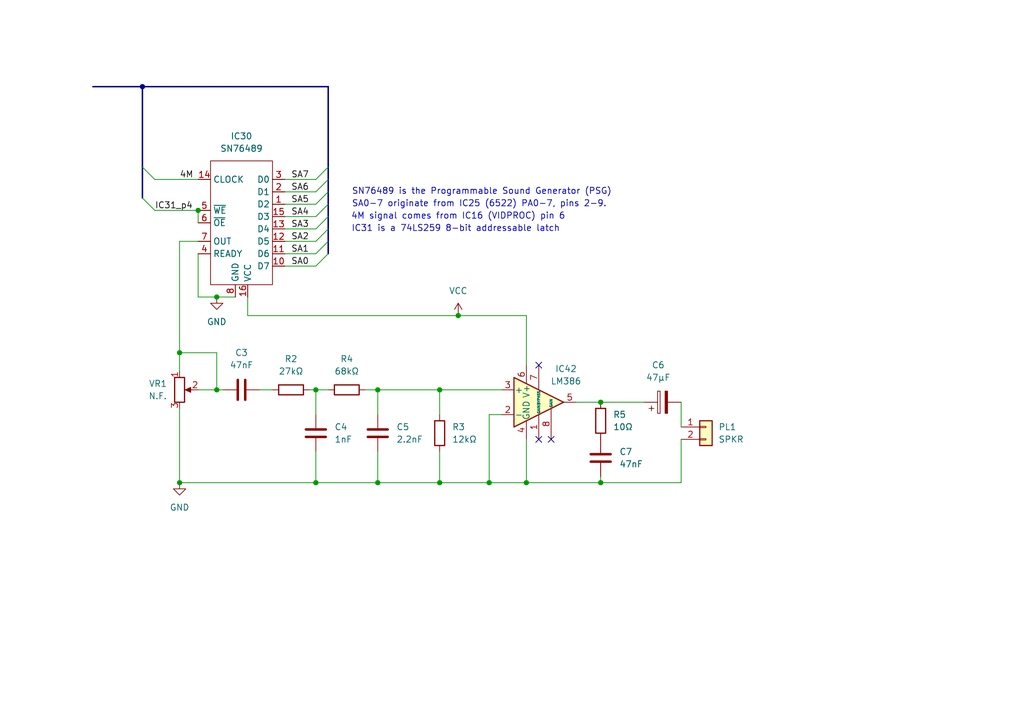
<source format=kicad_sch>
(kicad_sch (version 20231120) (generator "eeschema") (generator_version "8.0")
  (paper "A5")
  (title_block (title "BBC Master Compact Audio Stage") (date "2-DEC-2024") (company "Brett Hallen"))
  (lib_symbols
    (symbol "Amplifier_Audio:LM386" (pin_names (offset 0.127))
      (property "Reference" "U" (at 1.27 7.62 0))
      (property "Value" "LM386" (at 1.27 5.08 0))
      (symbol "LM386_0_1"
        (polyline (pts (xy 5.08 0) (xy -5.08 5.08) (xy -5.08 -5.08) (xy 5.08 0)) (stroke (width 0.254)) (fill (type background)))
      )
      (symbol "LM386_1_1"
        (pin input line (at 0 -7.62 90) (length 5.08) (name "GAIN") (number "1"))
        (pin input line (at -7.62 -2.54 0) (length 2.54) (name "-") (number "2"))
        (pin input line (at -7.62 2.54 0) (length 2.54) (name "+") (number "3"))
        (pin power_in line (at -2.54 -7.62 90) (length 3.81) (name "GND") (number "4"))
        (pin output line (at 7.62 0 180) (length 2.54) (name "~") (number "5"))
        (pin power_in line (at -2.54 7.62 270) (length 3.81) (name "V+") (number "6"))
        (pin input line (at 0 7.62 270) (length 5.08) (name "BYPASS") (number "7"))
        (pin input line (at 2.54 -7.62 90) (length 6.35) (name "GAIN") (number "8"))
      )
    )
    (symbol "Audio:SN76489"
      (property "Reference" "U" (at -0.254 4.064 0))
      (property "Value" "SN76489" (at 3.302 1.524 0))
      (symbol "SN76489_0_1"
        (rectangle (start -2.54 0) (end 10.16 -25.4))
      )
      (symbol "SN76489_1_1"
        (pin input line (at 12.7 -8.89 180) (length 2.54) (name "D2") (number "1"))
        (pin input line (at 12.7 -21.59 180) (length 2.54) (name "D7") (number "10"))
        (pin input line (at 12.7 -19.05 180) (length 2.54) (name "D6") (number "11"))
        (pin input line (at 12.7 -16.51 180) (length 2.54) (name "D5") (number "12"))
        (pin input line (at 12.7 -13.97 180) (length 2.54) (name "D4") (number "13"))
        (pin input line (at -5.08 -3.81 0) (length 2.54) (name "CLOCK") (number "14"))
        (pin input line (at 12.7 -11.43 180) (length 2.54) (name "D3") (number "15"))
        (pin power_in line (at 5.08 -27.94 90) (length 2.54) (name "VCC") (number "16"))
        (pin input line (at 12.7 -6.35 180) (length 2.54) (name "D1") (number "2"))
        (pin input line (at 12.7 -3.81 180) (length 2.54) (name "D0") (number "3"))
        (pin input line (at -5.08 -19.05 0) (length 2.54) (name "READY") (number "4"))
        (pin input line (at -5.08 -10.16 0) (length 2.54) (name "~{WE}") (number "5"))
        (pin input line (at -5.08 -12.7 0) (length 2.54) (name "~{OE}") (number "6"))
        (pin output line (at -5.08 -16.51 0) (length 2.54) (name "OUT") (number "7"))
        (pin output line (at 2.54 -27.94 90) (length 2.54) (name "GND") (number "8"))
      )
    )
    (symbol "Connector_Generic:Conn_01x02" (pin_names (offset 1.016) hide)
      (property "Reference" "J" (at 0 2.54 0))
      (property "Value" "Conn_01x02" (at 0 -5.08 0))
      (symbol "Conn_01x02_1_1"
        (rectangle (start -1.27 -2.413) (end 0 -2.667) (stroke (width 0.1524)))
        (rectangle (start -1.27 0.127) (end 0 -0.127) (stroke (width 0.1524)))
        (rectangle (start -1.27 1.27) (end 1.27 -3.81) (stroke (width 0.254)) (fill (type background)))
        (pin passive line (at -5.08 0 0) (length 3.81) (name "Pin_1") (number "1"))
        (pin passive line (at -5.08 -2.54 0) (length 3.81) (name "Pin_2") (number "2"))
      )
    )
    (symbol "Device:C" (pin_numbers hide) (pin_names (offset 0.254))
      (property "Reference" "C" (at 0.635 2.54 0))
      (property "Value" "C" (at 0.635 -2.54 0))
      (symbol "C_0_1"
        (polyline (pts (xy -2.032 -0.762) (xy 2.032 -0.762)) (stroke (width 0.508)))
        (polyline (pts (xy -2.032 0.762) (xy 2.032 0.762)) (stroke (width 0.508)))
      )
      (symbol "C_1_1"
        (pin passive line (at 0 3.81 270) (length 2.794) (name "~") (number "1"))
        (pin passive line (at 0 -3.81 90) (length 2.794) (name "~") (number "2"))
      )
    )
    (symbol "Device:C_Polarized" (pin_numbers hide) (pin_names (offset 0.254))
      (property "Reference" "C" (at 0.635 2.54 0))
      (property "Value" "C_Polarized" (at 0.635 -2.54 0))
      (symbol "C_Polarized_0_1"
        (rectangle (start -2.286 0.508) (end 2.286 1.016))
        (polyline (pts (xy -1.778 2.286) (xy -0.762 2.286)))
        (polyline (pts (xy -1.27 2.794) (xy -1.27 1.778)))
        (rectangle (start 2.286 -0.508) (end -2.286 -1.016) (fill (type outline)))
      )
      (symbol "C_Polarized_1_1"
        (pin passive line (at 0 3.81 270) (length 2.794) (name "~") (number "1"))
        (pin passive line (at 0 -3.81 90) (length 2.794) (name "~") (number "2"))
      )
    )
    (symbol "Device:R" (pin_numbers hide) (pin_names (offset 0))
      (property "Reference" "R" (at 2.032 0 90))
      (property "Value" "R" (at 0 0 90))
      (symbol "R_0_1"
        (rectangle (start -1.016 -2.54) (end 1.016 2.54) (stroke (width 0.254)))
      )
      (symbol "R_1_1"
        (pin passive line (at 0 3.81 270) (length 1.27) (name "~") (number "1"))
        (pin passive line (at 0 -3.81 90) (length 1.27) (name "~") (number "2"))
      )
    )
    (symbol "Device:R_Potentiometer" (pin_names (offset 1.016) hide)
      (property "Reference" "RV" (at -4.445 0 90))
      (property "Value" "R_Potentiometer" (at -2.54 0 90))
      (symbol "R_Potentiometer_0_1"
        (polyline (pts (xy 2.54 0) (xy 1.524 0)))
        (polyline (pts (xy 1.143 0) (xy 2.286 0.508) (xy 2.286 -0.508) (xy 1.143 0)) (fill (type outline)))
        (rectangle (start 1.016 2.54) (end -1.016 -2.54) (stroke (width 0.254)))
      )
      (symbol "R_Potentiometer_1_1"
        (pin passive line (at 0 3.81 270) (length 1.27) (name "1") (number "1"))
        (pin passive line (at 3.81 0 180) (length 1.27) (name "2") (number "2"))
        (pin passive line (at 0 -3.81 90) (length 1.27) (name "3") (number "3"))
      )
    )
    (symbol "power:GND" (power) (pin_numbers hide) (pin_names (offset 0) hide)
      (property "Value" "GND" (at 0 -3.81 0))
      (symbol "GND_0_1"
        (polyline (pts (xy 0 0) (xy 0 -1.27) (xy 1.27 -1.27) (xy 0 -2.54) (xy -1.27 -1.27) (xy 0 -1.27)))
      )
      (symbol "GND_1_1"
        (pin power_in line (at 0 0 270) (length 0) (name "~") (number "1"))
      )
    )
    (symbol "power:VCC" (power) (pin_numbers hide) (pin_names (offset 0) hide)
      (property "Value" "VCC" (at 0 3.556 0))
      (symbol "VCC_0_1"
        (polyline (pts (xy -0.762 1.27) (xy 0 2.54)))
        (polyline (pts (xy 0 0) (xy 0 2.54)))
        (polyline (pts (xy 0 2.54) (xy 0.762 1.27)))
      )
      (symbol "VCC_1_1"
        (pin power_in line (at 0 0 90) (length 0) (name "~") (number "1"))
      )
    )
  )
  (junction (at 29.21 17.78))
  (junction (at 64.77 80.01))
  (junction (at 64.77 99.06))
  (junction (at 77.47 80.01))
  (junction (at 90.17 80.01))
  (junction (at 40.64 43.18))
  (junction (at 123.19 99.06))
  (junction (at 77.47 99.06))
  (junction (at 123.19 82.55))
  (junction (at 107.95 99.06))
  (junction (at 100.33 99.06))
  (junction (at 90.17 99.06))
  (junction (at 44.45 80.01))
  (junction (at 44.45 60.96))
  (junction (at 93.98 64.77))
  (junction (at 36.83 99.06))
  (junction (at 36.83 72.39))
  (no_connect (at 110.49 90.17))
  (no_connect (at 41.91 -10.16))
  (no_connect (at 110.49 74.93))
  (no_connect (at 113.03 90.17))
  (bus_entry (at 64.77 41.91) (size 2.54 -2.54))
  (bus_entry (at 64.77 54.61) (size 2.54 -2.54))
  (bus_entry (at 64.77 44.45) (size 2.54 -2.54))
  (bus_entry (at 64.77 36.83) (size 2.54 -2.54))
  (bus_entry (at 64.77 46.99) (size 2.54 -2.54))
  (bus_entry (at 64.77 39.37) (size 2.54 -2.54))
  (bus_entry (at 64.77 52.07) (size 2.54 -2.54))
  (bus_entry (at 31.75 43.18) (size -2.54 -2.54))
  (bus_entry (at 31.75 36.83) (size -2.54 -2.54))
  (bus_entry (at 64.77 49.53) (size 2.54 -2.54))
  (wire (pts (xy 58.42 39.37) (xy 64.77 39.37)))
  (wire (pts (xy 139.7 82.55) (xy 139.7 87.63)))
  (wire (pts (xy 36.83 72.39) (xy 36.83 76.2)))
  (wire (pts (xy 77.47 92.71) (xy 77.47 99.06)))
  (wire (pts (xy 40.64 80.01) (xy 44.45 80.01)))
  (wire (pts (xy 58.42 49.53) (xy 64.77 49.53)))
  (wire (pts (xy 77.47 99.06) (xy 90.17 99.06)))
  (wire (pts (xy 36.83 83.82) (xy 36.83 99.06)))
  (wire (pts (xy 107.95 90.17) (xy 107.95 99.06)))
  (wire (pts (xy 90.17 80.01) (xy 102.87 80.01)))
  (wire (pts (xy 36.83 99.06) (xy 64.77 99.06)))
  (wire (pts (xy 123.19 82.55) (xy 118.11 82.55)))
  (wire (pts (xy 63.5 80.01) (xy 64.77 80.01)))
  (bus (pts (xy 67.31 36.83) (xy 67.31 34.29)))
  (wire (pts (xy 53.34 80.01) (xy 55.88 80.01)))
  (wire (pts (xy 107.95 99.06) (xy 123.19 99.06)))
  (wire (pts (xy 40.64 52.07) (xy 40.64 60.96)))
  (wire (pts (xy 64.77 80.01) (xy 67.31 80.01)))
  (wire (pts (xy 77.47 80.01) (xy 90.17 80.01)))
  (wire (pts (xy 58.42 44.45) (xy 64.77 44.45)))
  (bus (pts (xy 19.05 17.78) (xy 29.21 17.78)))
  (bus (pts (xy 29.21 17.78) (xy 67.31 17.78)))
  (wire (pts (xy 40.64 60.96) (xy 44.45 60.96)))
  (wire (pts (xy 100.33 85.09) (xy 100.33 99.06)))
  (wire (pts (xy 44.45 60.96) (xy 48.26 60.96)))
  (wire (pts (xy 50.8 60.96) (xy 50.8 64.77)))
  (wire (pts (xy 40.64 49.53) (xy 36.83 49.53)))
  (wire (pts (xy 40.64 43.18) (xy 40.64 45.72)))
  (wire (pts (xy 44.45 80.01) (xy 45.72 80.01)))
  (wire (pts (xy 100.33 99.06) (xy 107.95 99.06)))
  (wire (pts (xy 123.19 82.55) (xy 132.08 82.55)))
  (bus (pts (xy 29.21 17.78) (xy 29.21 34.29)))
  (bus (pts (xy 67.31 39.37) (xy 67.31 36.83)))
  (wire (pts (xy 90.17 80.01) (xy 90.17 85.09)))
  (wire (pts (xy 64.77 92.71) (xy 64.77 99.06)))
  (wire (pts (xy 64.77 99.06) (xy 77.47 99.06)))
  (wire (pts (xy 44.45 72.39) (xy 36.83 72.39)))
  (wire (pts (xy 64.77 80.01) (xy 64.77 85.09)))
  (wire (pts (xy 74.93 80.01) (xy 77.47 80.01)))
  (wire (pts (xy 102.87 85.09) (xy 100.33 85.09)))
  (wire (pts (xy 90.17 92.71) (xy 90.17 99.06)))
  (wire (pts (xy 31.75 43.18) (xy 40.64 43.18)))
  (bus (pts (xy 29.21 34.29) (xy 29.21 40.64)))
  (bus (pts (xy 67.31 49.53) (xy 67.31 46.99)))
  (wire (pts (xy 58.42 54.61) (xy 64.77 54.61)))
  (wire (pts (xy 107.95 74.93) (xy 107.95 64.77)))
  (bus (pts (xy 67.31 52.07) (xy 67.31 49.53)))
  (wire (pts (xy 139.7 99.06) (xy 139.7 90.17)))
  (wire (pts (xy 123.19 99.06) (xy 139.7 99.06)))
  (bus (pts (xy 67.31 34.29) (xy 67.31 17.78)))
  (wire (pts (xy 90.17 99.06) (xy 100.33 99.06)))
  (wire (pts (xy 58.42 36.83) (xy 64.77 36.83)))
  (bus (pts (xy 67.31 44.45) (xy 67.31 41.91)))
  (bus (pts (xy 67.31 46.99) (xy 67.31 44.45)))
  (wire (pts (xy 44.45 80.01) (xy 44.45 72.39)))
  (wire (pts (xy 31.75 36.83) (xy 40.64 36.83)))
  (wire (pts (xy 77.47 80.01) (xy 77.47 85.09)))
  (wire (pts (xy 58.42 41.91) (xy 64.77 41.91)))
  (wire (pts (xy 58.42 52.07) (xy 64.77 52.07)))
  (wire (pts (xy 107.95 64.77) (xy 93.98 64.77)))
  (bus (pts (xy 67.31 41.91) (xy 67.31 39.37)))
  (wire (pts (xy 36.83 49.53) (xy 36.83 72.39)))
  (wire (pts (xy 123.19 99.06) (xy 123.19 97.79)))
  (wire (pts (xy 58.42 46.99) (xy 64.77 46.99)))
  (wire (pts (xy 50.8 64.77) (xy 93.98 64.77)))
  (text "SN76489 is the Programmable Sound Generator (PSG)" (at 98.806 39.37 0) (effects (font (size 1.27 1.27))))
  (text "IC31 is a 74LS259 8-bit addressable latch" (at 93.472 46.99 0) (effects (font (size 1.27 1.27))))
  (text "4M signal comes from IC16 (VIDPROC) pin 6" (at 93.98 44.45 0) (effects (font (size 1.27 1.27))))
  (text "SA0-7 originate from IC25 (6522) PA0-7, pins 2-9." (at 98.298 41.91 0) (effects (font (size 1.27 1.27))))
  (label "SA3" (at 59.69 46.99 0))
  (label "SA2" (at 59.69 49.53 0))
  (label "SA5" (at 59.69 41.91 0))
  (label "SA1" (at 59.69 52.07 0))
  (label "SA6" (at 59.69 39.37 0))
  (label "SA7" (at 59.69 36.83 0))
  (label "IC31_p4" (at 31.75 43.18 0))
  (label "SA0" (at 59.69 54.61 0))
  (label "SA4" (at 59.69 44.45 0))
  (label "4M" (at 36.83 36.83 0))
  (symbol (lib_id "Device:C_Polarized") (at 135.89 82.55 90) (unit 1)
    (property "Reference" "C6" (at 135.001 74.93 90))
    (property "Value" "47µF" (at 135.001 77.47 90))
    (property "Description" "Polarized capacitor" (effects (hide yes)))
  )
  (symbol (lib_id "Device:C") (at 123.19 93.98 0) (unit 1)
    (property "Reference" "C7" (at 127 92.7099 0) (effects (justify left)))
    (property "Value" "47nF" (at 127 95.2499 0) (effects (justify left)))
    (property "Description" "Unpolarized capacitor" (effects (hide yes)))
  )
  (symbol (lib_id "Device:R") (at 123.19 86.36 0) (unit 1)
    (property "Reference" "R5" (at 125.73 85.0899 0) (effects (justify left)))
    (property "Value" "10Ω" (at 125.73 87.6299 0) (effects (justify left)))
    (property "Description" "Resistor" (effects (hide yes)))
  )
  (symbol (lib_id "Device:C") (at 64.77 88.9 180) (unit 1)
    (property "Reference" "C4" (at 68.58 87.6299 0) (effects (justify right)))
    (property "Value" "1nF" (at 68.58 90.1699 0) (effects (justify right)))
    (property "Description" "Unpolarized capacitor" (effects (hide yes)))
  )
  (symbol (lib_id "power:VCC") (at 93.98 64.77 0) (unit 1)
    (property "Reference" "#PWR03" (effects (hide yes)))
    (property "Value" "VCC" (at 93.98 59.69 0))
    (property "Description" "Power symbol creates a global label with name \"VCC\"" (effects (hide yes)))
  )
  (symbol (lib_id "Device:R") (at 90.17 88.9 0) (unit 1)
    (property "Reference" "R3" (at 92.71 87.6299 0) (effects (justify left)))
    (property "Value" "12kΩ" (at 92.71 90.1699 0) (effects (justify left)))
    (property "Description" "Resistor" (effects (hide yes)))
  )
  (symbol (lib_id "Connector_Generic:Conn_01x02") (at 144.78 87.63 0) (unit 1)
    (property "Reference" "PL1" (at 147.32 87.6299 0) (effects (justify left)))
    (property "Value" "SPKR" (at 147.32 90.1699 0) (effects (justify left)))
    (property "Description" "Generic connector, single row, 01x02, script generated (kicad-library-utils/schlib/autogen/connector/)" (effects (hide yes)))
  )
  (symbol (lib_id "Audio:SN76489") (at 45.72 33.02 0) (unit 1)
    (property "Reference" "IC30" (at 49.53 27.94 0))
    (property "Value" "SN76489" (at 49.53 30.48 0))
  )
  (symbol (lib_id "Amplifier_Audio:LM386") (at 110.49 82.55 0) (unit 1)
    (property "Reference" "IC42" (at 116.078 75.692 0))
    (property "Value" "LM386" (at 116.078 78.232 0))
    (property "Datasheet" "http://www.ti.com/lit/ds/symlink/lm386.pdf" (effects (hide yes)))
    (property "Description" "Low Voltage Audio Power Amplifier, DIP-8/SOIC-8/SSOP-8" (effects (hide yes)))
  )
  (symbol (lib_id "Device:C") (at 49.53 80.01 90) (unit 1)
    (property "Reference" "C3" (at 49.53 72.39 90))
    (property "Value" "47nF" (at 49.53 74.93 90))
    (property "Description" "Unpolarized capacitor" (effects (hide yes)))
  )
  (symbol (lib_id "power:GND") (at 44.45 60.96 0) (unit 1)
    (property "Reference" "#PWR02" (effects (hide yes)))
    (property "Value" "GND" (at 44.45 66.04 0))
    (property "Description" "Power symbol creates a global label with name \"GND\" , ground" (effects (hide yes)))
  )
  (symbol (lib_id "Device:C") (at 77.47 88.9 180) (unit 1)
    (property "Reference" "C5" (at 81.28 87.6299 0) (effects (justify right)))
    (property "Value" "2.2nF" (at 81.28 90.1699 0) (effects (justify right)))
    (property "Description" "Unpolarized capacitor" (effects (hide yes)))
  )
  (symbol (lib_id "Device:R") (at 59.69 80.01 90) (unit 1)
    (property "Reference" "R2" (at 59.69 73.66 90))
    (property "Value" "27kΩ" (at 59.69 76.2 90))
    (property "Description" "Resistor" (effects (hide yes)))
  )
  (symbol (lib_id "power:GND") (at 36.83 99.06 0) (unit 1)
    (property "Reference" "#PWR01" (effects (hide yes)))
    (property "Value" "GND" (at 36.83 104.14 0))
    (property "Description" "Power symbol creates a global label with name \"GND\" , ground" (effects (hide yes)))
  )
  (symbol (lib_id "Device:R") (at 71.12 80.01 90) (unit 1)
    (property "Reference" "R4" (at 71.12 73.66 90))
    (property "Value" "68kΩ" (at 71.12 76.2 90))
    (property "Description" "Resistor" (effects (hide yes)))
  )
  (symbol (lib_id "Device:R_Potentiometer") (at 36.83 80.01 0) (unit 1)
    (property "Reference" "VR1" (at 34.29 78.7399 0) (effects (justify right)))
    (property "Value" "N.F." (at 34.29 81.2799 0) (effects (justify right)))
    (property "Description" "Potentiometer" (effects (hide yes)))
  )
)
</source>
